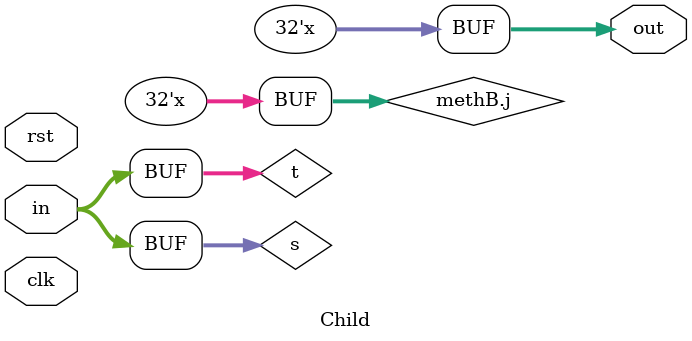
<source format=sv>

module Top // "top"
(
    input logic clk
);

// Variables generated for SystemC signals
logic rst;
logic signed [31:0] t;


//------------------------------------------------------------------------------
// Child module instances

Child child
(
  .clk(clk),
  .rst(rst),
  .in(t),
  .out(t)
);

endmodule



//==============================================================================
//
// Module: Child (test_var_usedef_same_proc.cpp:51:5)
//
module Child // "top.child"
(
    input logic clk,
    input logic rst,
    input logic signed [31:0] in,
    output logic signed [31:0] out
);

// Variables generated for SystemC signals
logic signed [31:0] s;
logic signed [31:0] t;

//------------------------------------------------------------------------------
// Method process: methA (test_var_usedef_same_proc.cpp:30:5) 

always_comb 
begin : methA     // test_var_usedef_same_proc.cpp:30:5
    s = in;
    t = s;
end

//------------------------------------------------------------------------------
// Method process: methB (test_var_usedef_same_proc.cpp:35:5) 

always_comb 
begin : methB     // test_var_usedef_same_proc.cpp:35:5
    integer j;
    if (|s)
    begin
        j = out;
    end
    out = 32'(in + j);
end

endmodule



</source>
